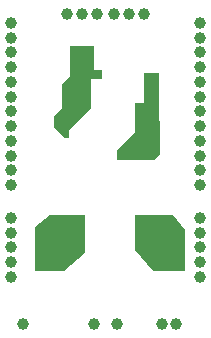
<source format=gbr>
G04 #@! TF.GenerationSoftware,KiCad,Pcbnew,9.0.4*
G04 #@! TF.CreationDate,2025-09-23T15:48:17-04:00*
G04 #@! TF.ProjectId,ESC Module,45534320-4d6f-4647-956c-652e6b696361,rev?*
G04 #@! TF.SameCoordinates,Original*
G04 #@! TF.FileFunction,Soldermask,Bot*
G04 #@! TF.FilePolarity,Negative*
%FSLAX46Y46*%
G04 Gerber Fmt 4.6, Leading zero omitted, Abs format (unit mm)*
G04 Created by KiCad (PCBNEW 9.0.4) date 2025-09-23 15:48:17*
%MOMM*%
%LPD*%
G01*
G04 APERTURE LIST*
%ADD10C,0.000000*%
%ADD11C,1.000000*%
G04 APERTURE END LIST*
D10*
G36*
X132500000Y-89750000D02*
G01*
X132637439Y-89887439D01*
X132637439Y-92612561D01*
X132133908Y-93116092D01*
X129000000Y-93116092D01*
X129000000Y-92250000D01*
X130500000Y-90750000D01*
X130500000Y-88250000D01*
X131250000Y-88250000D01*
X131250000Y-85750000D01*
X132500000Y-85750000D01*
X132500000Y-89750000D01*
G37*
G36*
X127000000Y-85500000D02*
G01*
X127750000Y-85500000D01*
X127750000Y-86250000D01*
X126750000Y-86250000D01*
X126750000Y-88750000D01*
X124943236Y-90556764D01*
X124943236Y-91250000D01*
X124500000Y-91250000D01*
X123605820Y-90355820D01*
X123605820Y-89394180D01*
X124318298Y-88681702D01*
X124318298Y-86681702D01*
X125000000Y-86000000D01*
X125000000Y-83500000D01*
X127000000Y-83500000D01*
X127000000Y-85500000D01*
G37*
G36*
X126250000Y-100964285D02*
G01*
X124458333Y-102500000D01*
X122000000Y-102500000D01*
X122000000Y-98800000D01*
X123312500Y-97750000D01*
X126250000Y-97750000D01*
X126250000Y-100964285D01*
G37*
G36*
X134750000Y-99000000D02*
G01*
X134750000Y-102500000D01*
X132000000Y-102500000D01*
X130500000Y-100750000D01*
X130500000Y-97750000D01*
X133750000Y-97750000D01*
X134750000Y-99000000D01*
G37*
D11*
G04 #@! TO.C,U7*
X120000000Y-86500000D03*
G04 #@! TD*
G04 #@! TO.C,U14*
X136000000Y-87750000D03*
G04 #@! TD*
G04 #@! TO.C,U105*
X120000000Y-92750000D03*
G04 #@! TD*
G04 #@! TO.C,U108*
X136000000Y-89000000D03*
G04 #@! TD*
G04 #@! TO.C,U121*
X120000000Y-101750000D03*
G04 #@! TD*
G04 #@! TO.C,U18*
X126000000Y-80750000D03*
G04 #@! TD*
G04 #@! TO.C,U111*
X136000000Y-98000000D03*
G04 #@! TD*
G04 #@! TO.C,U110*
X120000000Y-82750000D03*
G04 #@! TD*
G04 #@! TO.C,U16*
X136000000Y-92750000D03*
G04 #@! TD*
G04 #@! TO.C,U5*
X120000000Y-91500000D03*
G04 #@! TD*
G04 #@! TO.C,U15*
X136000000Y-95250000D03*
G04 #@! TD*
G04 #@! TO.C,U202*
X120000000Y-98000000D03*
G04 #@! TD*
G04 #@! TO.C,U22*
X120000000Y-90250000D03*
G04 #@! TD*
G04 #@! TO.C,U116*
X124750000Y-80750000D03*
G04 #@! TD*
G04 #@! TO.C,U118*
X129000000Y-107000000D03*
G04 #@! TD*
G04 #@! TO.C,U122*
X120000000Y-103000000D03*
G04 #@! TD*
G04 #@! TO.C,U114*
X136000000Y-91500000D03*
G04 #@! TD*
G04 #@! TO.C,U103*
X128750000Y-80750000D03*
G04 #@! TD*
G04 #@! TO.C,U12*
X136000000Y-82750000D03*
G04 #@! TD*
G04 #@! TO.C,U9*
X120000000Y-81500000D03*
G04 #@! TD*
G04 #@! TO.C,U106*
X120000000Y-87750000D03*
G04 #@! TD*
G04 #@! TO.C,U19*
X131250000Y-80750000D03*
G04 #@! TD*
G04 #@! TO.C,U13*
X136000000Y-90250000D03*
G04 #@! TD*
G04 #@! TO.C,U20*
X120000000Y-95250000D03*
G04 #@! TD*
G04 #@! TO.C,U3*
X132750000Y-107000000D03*
G04 #@! TD*
G04 #@! TO.C,U113*
X136000000Y-81500000D03*
G04 #@! TD*
G04 #@! TO.C,U10*
X120000000Y-84000000D03*
G04 #@! TD*
G04 #@! TO.C,U115*
X136000000Y-86500000D03*
G04 #@! TD*
G04 #@! TO.C,U101*
X130000000Y-80750000D03*
G04 #@! TD*
G04 #@! TO.C,U8*
X120000000Y-89000000D03*
G04 #@! TD*
G04 #@! TO.C,U201*
X120000000Y-99250000D03*
G04 #@! TD*
G04 #@! TO.C,U119*
X136000000Y-100500000D03*
G04 #@! TD*
G04 #@! TO.C,U117*
X127000000Y-107000000D03*
G04 #@! TD*
G04 #@! TO.C,U304*
X136000000Y-103000000D03*
G04 #@! TD*
G04 #@! TO.C,U11*
X136000000Y-85250000D03*
G04 #@! TD*
G04 #@! TO.C,U102*
X121000000Y-107000000D03*
G04 #@! TD*
G04 #@! TO.C,U107*
X136000000Y-84000000D03*
G04 #@! TD*
G04 #@! TO.C,U104*
X127250000Y-80750000D03*
G04 #@! TD*
G04 #@! TO.C,U21*
X120000000Y-85250000D03*
G04 #@! TD*
G04 #@! TO.C,U4*
X134000000Y-107000000D03*
G04 #@! TD*
G04 #@! TO.C,U120*
X136000000Y-99250000D03*
G04 #@! TD*
G04 #@! TO.C,U109*
X136000000Y-94000000D03*
G04 #@! TD*
G04 #@! TO.C,U303*
X136000000Y-101750000D03*
G04 #@! TD*
G04 #@! TO.C,U112*
X120000000Y-100500000D03*
G04 #@! TD*
G04 #@! TO.C,U6*
X120000000Y-94000000D03*
G04 #@! TD*
M02*

</source>
